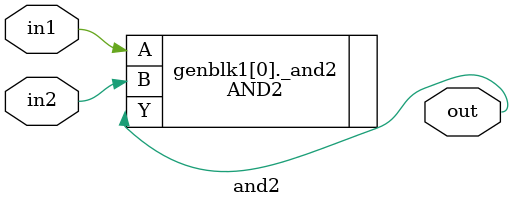
<source format=sv>
module and2 #(
    parameter WIDTH = 1
)(
    input  wire [WIDTH-1:0] in1,
    input  wire [WIDTH-1:0] in2,
    output wire [WIDTH-1:0] out
);

    genvar i;
    generate
    for (i = 0; i < WIDTH; i = i + 1) begin
        AND2 _and2(.A(in1[i]), .B(in2[i]), .Y(out[i]));
    end
    endgenerate

endmodule

</source>
